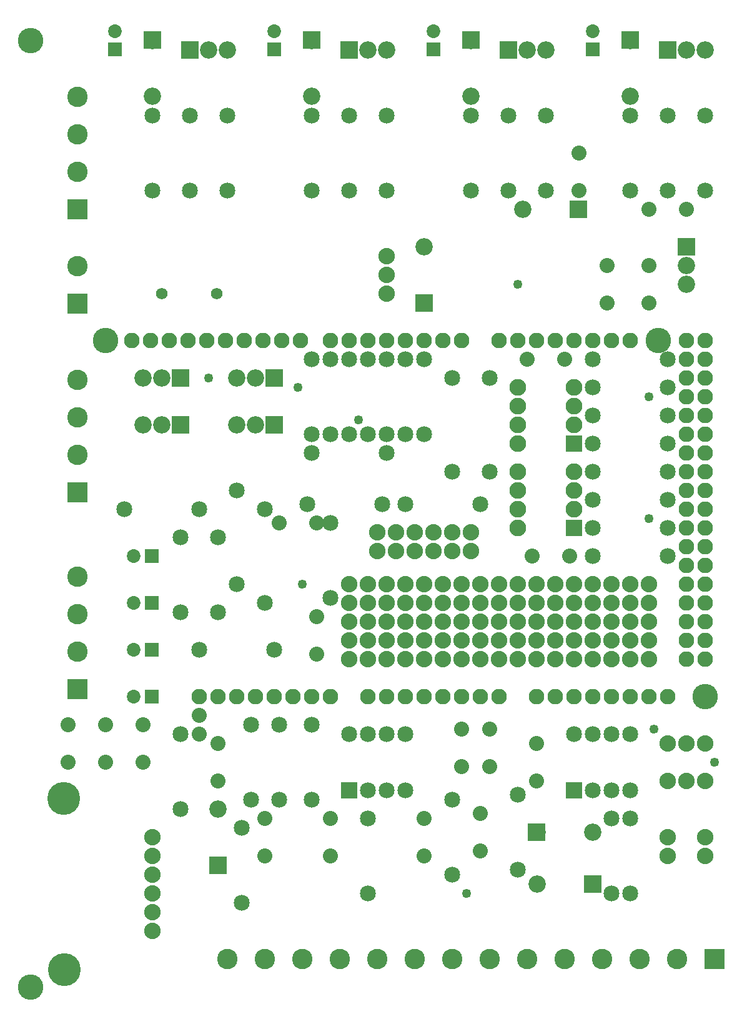
<source format=gts>
G04 MADE WITH FRITZING*
G04 WWW.FRITZING.ORG*
G04 DOUBLE SIDED*
G04 HOLES PLATED*
G04 CONTOUR ON CENTER OF CONTOUR VECTOR*
%ASAXBY*%
%FSLAX23Y23*%
%MOIN*%
%OFA0B0*%
%SFA1.0B1.0*%
%ADD10C,0.049370*%
%ADD11C,0.092000*%
%ADD12C,0.085000*%
%ADD13C,0.088000*%
%ADD14C,0.135984*%
%ADD15C,0.080000*%
%ADD16C,0.082917*%
%ADD17C,0.175354*%
%ADD18C,0.061496*%
%ADD19C,0.089370*%
%ADD20C,0.072992*%
%ADD21C,0.109055*%
%ADD22R,0.092000X0.092000*%
%ADD23R,0.085000X0.085000*%
%ADD24R,0.089370X0.089370*%
%ADD25R,0.072992X0.072992*%
%ADD26R,0.109055X0.109055*%
%LNMASK1*%
G90*
G70*
G54D10*
X2518Y691D03*
X1643Y2341D03*
G54D11*
X3193Y741D03*
X2895Y741D03*
X2895Y1016D03*
X3193Y1016D03*
G54D12*
X1893Y1241D03*
X1893Y1541D03*
X1993Y1241D03*
X1993Y1541D03*
X2093Y1241D03*
X2093Y1541D03*
X2193Y1241D03*
X2193Y1541D03*
G54D13*
X2543Y2616D03*
X2443Y2616D03*
X2343Y2616D03*
X2243Y2616D03*
X2143Y2616D03*
X2043Y2616D03*
X2543Y2616D03*
X2443Y2616D03*
X2343Y2616D03*
X2243Y2616D03*
X2143Y2616D03*
X2043Y2616D03*
X2043Y2516D03*
X2143Y2516D03*
X2243Y2516D03*
X2343Y2516D03*
X2443Y2516D03*
X2543Y2516D03*
G54D10*
X3493Y3341D03*
X3843Y1391D03*
X3518Y1566D03*
X3493Y2691D03*
X2793Y3941D03*
G54D14*
X3792Y1741D03*
X3542Y3641D03*
X592Y3641D03*
G54D11*
X992Y3441D03*
X892Y3441D03*
X792Y3441D03*
X1492Y3441D03*
X1392Y3441D03*
X1292Y3441D03*
X1492Y3191D03*
X1392Y3191D03*
X1292Y3191D03*
X992Y3191D03*
X892Y3191D03*
X792Y3191D03*
G54D15*
X1092Y1641D03*
X1092Y1541D03*
G54D12*
X1318Y641D03*
X1318Y1041D03*
G54D16*
X2992Y1741D03*
X1392Y1741D03*
X3092Y1741D03*
X3192Y1741D03*
X3292Y1741D03*
X3392Y1741D03*
X3692Y3141D03*
X3492Y1741D03*
X3592Y1741D03*
X1432Y3641D03*
X1992Y1741D03*
X2092Y1741D03*
X2192Y1741D03*
X2292Y1741D03*
X3692Y2341D03*
X2392Y1741D03*
X2492Y1741D03*
X2592Y1741D03*
X2692Y1741D03*
X2192Y3641D03*
X3692Y3541D03*
X3692Y2741D03*
X3692Y1941D03*
X1032Y3641D03*
X1792Y1741D03*
X1792Y3641D03*
X3692Y3341D03*
X3692Y2941D03*
X3692Y2541D03*
X3392Y3641D03*
X3692Y2141D03*
X3292Y3641D03*
X3192Y3641D03*
X3092Y3641D03*
X2992Y3641D03*
X2892Y3641D03*
X2792Y3641D03*
X2692Y3641D03*
X832Y3641D03*
X1232Y3641D03*
X1632Y3641D03*
X1192Y1741D03*
X1592Y1741D03*
X2392Y3641D03*
X1992Y3641D03*
X3692Y3641D03*
X3692Y3441D03*
X3692Y3241D03*
X3692Y3041D03*
X3692Y2841D03*
X3692Y2641D03*
X3692Y2441D03*
X3692Y2241D03*
X3692Y2041D03*
X732Y3641D03*
X932Y3641D03*
X1132Y3641D03*
X1332Y3641D03*
X1532Y3641D03*
X1092Y1741D03*
X1292Y1741D03*
X1492Y1741D03*
X1692Y1741D03*
X2492Y3641D03*
X2292Y3641D03*
X2092Y3641D03*
X1892Y3641D03*
X3792Y3641D03*
X3792Y3541D03*
X3792Y3441D03*
X3792Y3341D03*
X3792Y3241D03*
X3792Y3141D03*
X3792Y3041D03*
X3792Y2941D03*
X3792Y2841D03*
X3792Y2741D03*
X3792Y2641D03*
X3792Y2541D03*
X3792Y2441D03*
X3792Y2341D03*
X3792Y2241D03*
X3792Y2141D03*
X3792Y2041D03*
X3792Y1941D03*
X2892Y1741D03*
G54D11*
X2292Y3841D03*
X2292Y4139D03*
G54D12*
X992Y1141D03*
X992Y1541D03*
G54D17*
X372Y284D03*
X370Y1195D03*
G54D14*
X192Y191D03*
X192Y5241D03*
G54D13*
X842Y991D03*
X842Y891D03*
X842Y791D03*
X842Y691D03*
X842Y591D03*
X842Y491D03*
G54D12*
X3092Y1241D03*
X3092Y1541D03*
X3192Y1241D03*
X3192Y1541D03*
X3292Y1241D03*
X3292Y1541D03*
X3392Y1241D03*
X3392Y1541D03*
G54D13*
X3592Y1291D03*
X3692Y1291D03*
X3792Y1291D03*
X3792Y1491D03*
X3692Y1491D03*
X3592Y1491D03*
X2093Y3891D03*
X2093Y3991D03*
X2093Y4091D03*
G54D12*
X3292Y1091D03*
X3292Y691D03*
X3392Y1091D03*
X3392Y691D03*
G54D13*
X3592Y991D03*
X3592Y891D03*
X3792Y991D03*
X3792Y891D03*
G54D12*
X3592Y2491D03*
X3192Y2491D03*
X2292Y3541D03*
X2292Y3141D03*
X1792Y3541D03*
X1792Y3141D03*
X3592Y3091D03*
X3192Y3091D03*
X3592Y2941D03*
X3192Y2941D03*
X2092Y3541D03*
X2092Y3141D03*
X2092Y3041D03*
X1692Y3041D03*
X3592Y3541D03*
X3192Y3541D03*
G54D11*
X3692Y4141D03*
X3692Y4041D03*
X3692Y3941D03*
G54D15*
X3693Y4341D03*
X3493Y4341D03*
X3492Y4041D03*
X3492Y3841D03*
X3118Y4641D03*
X3118Y4441D03*
X3268Y4041D03*
X3268Y3841D03*
G54D11*
X3116Y4341D03*
X2818Y4341D03*
G54D18*
X892Y3891D03*
X1187Y3891D03*
X892Y3891D03*
X1187Y3891D03*
G54D19*
X3093Y2641D03*
X2793Y2641D03*
X3093Y2741D03*
X2793Y2741D03*
X3093Y2841D03*
X2793Y2841D03*
X3093Y2941D03*
X2793Y2941D03*
X3092Y3091D03*
X2792Y3091D03*
X3092Y3191D03*
X2792Y3191D03*
X3092Y3291D03*
X2792Y3291D03*
X3092Y3391D03*
X2792Y3391D03*
G54D12*
X3592Y2641D03*
X3192Y2641D03*
X2192Y3541D03*
X2192Y3141D03*
X1892Y3541D03*
X1892Y3141D03*
X3592Y3241D03*
X3192Y3241D03*
X3592Y2791D03*
X3192Y2791D03*
X1993Y3541D03*
X1993Y3141D03*
X1692Y3541D03*
X1692Y3141D03*
X3592Y3391D03*
X3192Y3391D03*
G54D15*
X3068Y2491D03*
X2868Y2491D03*
X3042Y3541D03*
X2842Y3541D03*
G54D12*
X1443Y2241D03*
X1443Y2741D03*
X2643Y2941D03*
X2643Y3441D03*
X1293Y2841D03*
X1293Y2341D03*
X2443Y3441D03*
X2443Y2941D03*
X1193Y2191D03*
X1193Y2591D03*
X693Y2741D03*
X1093Y2741D03*
X1093Y1991D03*
X1493Y1991D03*
X993Y2191D03*
X993Y2591D03*
G54D20*
X841Y1991D03*
X742Y1991D03*
X841Y2491D03*
X742Y2491D03*
X841Y1741D03*
X742Y1741D03*
X841Y2241D03*
X742Y2241D03*
G54D12*
X2068Y2766D03*
X1668Y2766D03*
X1693Y1591D03*
X1693Y1191D03*
X1518Y1591D03*
X1518Y1191D03*
G54D15*
X2493Y1366D03*
X2493Y1566D03*
X1792Y1091D03*
X1792Y891D03*
X1192Y1291D03*
X1192Y1491D03*
X1442Y1091D03*
X1442Y891D03*
G54D12*
X1992Y691D03*
X1992Y1091D03*
X1368Y1191D03*
X1368Y1591D03*
G54D11*
X1193Y841D03*
X1193Y1139D03*
G54D21*
X443Y2830D03*
X443Y3030D03*
X443Y3230D03*
X443Y3430D03*
X3843Y341D03*
X3643Y341D03*
X3443Y341D03*
X3243Y341D03*
X3043Y341D03*
X2843Y341D03*
X2643Y341D03*
X2443Y341D03*
X2243Y341D03*
X2043Y341D03*
X1843Y341D03*
X1643Y341D03*
X1443Y341D03*
X1243Y341D03*
G54D15*
X2892Y1291D03*
X2892Y1491D03*
X792Y1591D03*
X792Y1391D03*
X2643Y1366D03*
X2643Y1566D03*
X392Y1591D03*
X392Y1391D03*
X593Y1591D03*
X593Y1391D03*
X2593Y1116D03*
X2593Y916D03*
X2292Y1091D03*
X2292Y891D03*
G54D12*
X2793Y816D03*
X2793Y1216D03*
X2443Y791D03*
X2443Y1191D03*
X2593Y2766D03*
X2193Y2766D03*
G54D15*
X1518Y2666D03*
X1718Y2666D03*
X1718Y1966D03*
X1718Y2166D03*
G54D12*
X1793Y2666D03*
X1793Y2266D03*
X842Y4441D03*
X842Y4841D03*
X2542Y4441D03*
X2542Y4841D03*
X1692Y4441D03*
X1692Y4841D03*
X3392Y4441D03*
X3392Y4841D03*
G54D20*
X642Y5193D03*
X642Y5291D03*
X2342Y5193D03*
X2342Y5291D03*
X1492Y5193D03*
X1492Y5291D03*
X3192Y5193D03*
X3192Y5291D03*
G54D11*
X842Y5241D03*
X842Y4943D03*
X2542Y5241D03*
X2542Y4943D03*
X1692Y5241D03*
X1692Y4943D03*
X3392Y5241D03*
X3392Y4943D03*
X1042Y5191D03*
X1142Y5191D03*
X1242Y5191D03*
X2742Y5191D03*
X2842Y5191D03*
X2942Y5191D03*
X1892Y5191D03*
X1992Y5191D03*
X2092Y5191D03*
X3592Y5191D03*
X3692Y5191D03*
X3792Y5191D03*
G54D12*
X1042Y4441D03*
X1042Y4841D03*
X2742Y4441D03*
X2742Y4841D03*
X1892Y4441D03*
X1892Y4841D03*
X3592Y4441D03*
X3592Y4841D03*
X1242Y4441D03*
X1242Y4841D03*
X2942Y4441D03*
X2942Y4841D03*
X2092Y4441D03*
X2092Y4841D03*
X3792Y4441D03*
X3792Y4841D03*
G54D21*
X442Y3837D03*
X442Y4037D03*
X442Y1780D03*
X442Y1980D03*
X442Y2180D03*
X442Y2380D03*
X442Y4340D03*
X442Y4540D03*
X442Y4740D03*
X442Y4940D03*
G54D13*
X1893Y1941D03*
X1893Y2041D03*
X1893Y2141D03*
X1893Y2241D03*
X1893Y2341D03*
X3493Y1941D03*
X3393Y1941D03*
X3293Y1941D03*
X3193Y1941D03*
X3093Y1941D03*
X2993Y1941D03*
X2893Y1941D03*
X2793Y1941D03*
X2693Y1941D03*
X2593Y1941D03*
X2493Y1941D03*
X2393Y1941D03*
X2293Y1941D03*
X2193Y1941D03*
X2093Y1941D03*
X1993Y1941D03*
X3493Y2041D03*
X2593Y2041D03*
X2893Y2041D03*
X3093Y2041D03*
X2093Y2041D03*
X2293Y2041D03*
X2693Y2041D03*
X2993Y2041D03*
X2193Y2041D03*
X2393Y2041D03*
X3293Y2041D03*
X3393Y2041D03*
X2793Y2041D03*
X2493Y2041D03*
X3193Y2041D03*
X1993Y2041D03*
X2093Y2141D03*
X2893Y2141D03*
X2393Y2141D03*
X3293Y2141D03*
X2593Y2141D03*
X3493Y2141D03*
X2293Y2141D03*
X1993Y2141D03*
X2493Y2141D03*
X2993Y2141D03*
X3193Y2141D03*
X2793Y2141D03*
X3393Y2141D03*
X2193Y2141D03*
X3093Y2141D03*
X2693Y2141D03*
X2093Y2241D03*
X2893Y2241D03*
X2393Y2241D03*
X3293Y2241D03*
X2593Y2241D03*
X3493Y2241D03*
X2293Y2241D03*
X1993Y2241D03*
X2493Y2241D03*
X2993Y2241D03*
X3193Y2241D03*
X2793Y2241D03*
X3393Y2241D03*
X2193Y2241D03*
X3093Y2241D03*
X2693Y2241D03*
X2093Y2341D03*
X2893Y2341D03*
X2393Y2341D03*
X3293Y2341D03*
X2593Y2341D03*
X3493Y2341D03*
X2293Y2341D03*
X1993Y2341D03*
X2493Y2341D03*
X2993Y2341D03*
X3193Y2341D03*
X2793Y2341D03*
X3393Y2341D03*
X2193Y2341D03*
X3093Y2341D03*
X2693Y2341D03*
G54D10*
X1943Y3216D03*
X1143Y3441D03*
X1618Y3391D03*
G54D22*
X3194Y741D03*
X2894Y1016D03*
G54D23*
X1893Y1241D03*
G54D22*
X992Y3441D03*
X1492Y3441D03*
X1492Y3191D03*
X992Y3191D03*
X2292Y3840D03*
G54D23*
X3092Y1241D03*
G54D22*
X3692Y4141D03*
X3117Y4341D03*
G54D24*
X3093Y2641D03*
X3092Y3091D03*
G54D25*
X841Y1991D03*
X841Y2491D03*
X841Y1741D03*
X841Y2241D03*
G54D22*
X1193Y840D03*
G54D26*
X443Y2830D03*
X3843Y341D03*
G54D25*
X642Y5193D03*
X2342Y5193D03*
X1492Y5193D03*
X3192Y5193D03*
G54D22*
X842Y5242D03*
X2542Y5242D03*
X1692Y5242D03*
X3392Y5242D03*
X1042Y5191D03*
X2742Y5191D03*
X1892Y5191D03*
X3592Y5191D03*
G54D26*
X442Y3837D03*
X442Y1780D03*
X442Y4340D03*
G04 End of Mask1*
M02*
</source>
